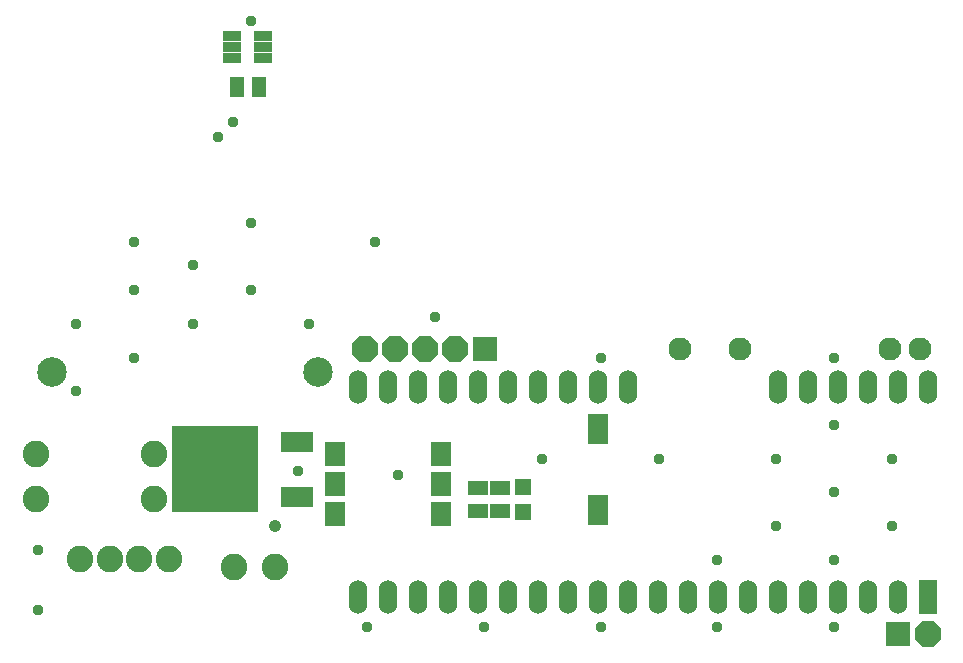
<source format=gbr>
G04 GENERATED BY PULSONIX 12.5 GERBER.DLL 9449*
G04 #@! TF.GenerationSoftware,Pulsonix,Pulsonix,12.5.9449*
G04 #@! TF.CreationDate,2024-10-09T20:32:21--1:00*
G04 #@! TF.Part,Single*
%FSLAX35Y35*%
%LPD*%
%MOMM*%
G04 #@! TF.FileFunction,Soldermask,Top*
G04 #@! TF.FilePolarity,Negative*
G04 #@! TA.AperFunction,ViaPad*
%ADD111C,0.95400*%
%ADD112C,1.05400*%
G04 #@! TA.AperFunction,ComponentPad*
%ADD113C,2.25400*%
%ADD114C,1.95400*%
G04 #@! TA.AperFunction,SMDPad,CuDef*
%ADD115R,1.55400X0.85400*%
%ADD116R,1.15400X1.65400*%
%ADD117R,1.75400X2.05400*%
%ADD118R,1.65400X1.15400*%
%ADD119R,7.25400X7.25400*%
%ADD120R,2.75400X1.75400*%
G04 #@! TA.AperFunction,ComponentPad*
%ADD121R,2.15900X2.15900*%
%AMT122*0 Octagon pad*4,1,8,0.44714,1.07950,-0.44714,1.07950,-1.07950,0.44714,-1.07950,-0.44714,-0.44714,-1.07950,0.44714,-1.07950,1.07950,-0.44714,1.07950,0.44714,0.44714,1.07950,0*%
%ADD122T122*%
G04 #@! TA.AperFunction,SMDPad,CuDef*
%ADD123R,1.45400X1.35400*%
%ADD124R,1.75400X2.65400*%
G04 #@! TA.AperFunction,ComponentPad*
%ADD125R,1.55400X2.85400*%
%ADD126O,1.55400X2.85400*%
%ADD127C,2.50400*%
G04 #@! TD.AperFunction*
X0Y0D02*
D02*
D111*
X1148797Y2509545D03*
Y3017545D03*
X1471609Y4360295D03*
Y4930295D03*
X1965243Y4645295D03*
Y5215295D03*
Y5621045D03*
X2458877Y4930295D03*
Y5430545D03*
X2672797Y6510045D03*
X2799797Y6637045D03*
X2952511Y5215295D03*
Y5785295D03*
Y7495295D03*
X3349797Y3682670D03*
X3446145Y4930295D03*
X3939779Y2365295D03*
X4006297Y5621045D03*
X4196797Y3652545D03*
X4514297Y4986045D03*
X4927047Y2365295D03*
X5420681Y3790295D03*
X5914315Y2365295D03*
Y4645295D03*
X6407949Y3790295D03*
X6901583Y2365295D03*
Y2935295D03*
X7395217Y3220295D03*
Y3790295D03*
X7888851Y2365295D03*
Y2935295D03*
Y3505295D03*
Y4075295D03*
Y4645295D03*
X8382485Y3220295D03*
Y3790295D03*
D02*
D112*
X3159297Y3222295D03*
D02*
D113*
X1135297Y3444545D03*
Y3825545D03*
X1508297Y2936545D03*
X1758297D03*
X2008297D03*
X2135297Y3444545D03*
Y3825545D03*
X2258297Y2936545D03*
X2809297Y2873045D03*
X3159297D03*
D02*
D114*
X6588297Y4714545D03*
X7096297D03*
X8366297D03*
X8620297D03*
D02*
D115*
X2795797Y7182545D03*
Y7277545D03*
Y7372545D03*
X3057797Y7182545D03*
Y7277545D03*
Y7372545D03*
D02*
D116*
X2831547Y6937045D03*
X3022047D03*
D02*
D117*
X3661797Y3317545D03*
Y3571545D03*
Y3825545D03*
X4561797Y3317545D03*
Y3571545D03*
Y3825545D03*
D02*
D118*
X4873797Y3349295D03*
Y3539795D03*
X5064297Y3349295D03*
Y3539795D03*
D02*
D119*
X2651297Y3698545D03*
D02*
D120*
X3341297Y3468545D03*
Y3928545D03*
D02*
D121*
X4937297Y4714545D03*
X8429797Y2301545D03*
D02*
D122*
X3921297Y4714545D03*
X4175297D03*
X4429297D03*
X4683297D03*
X8683797Y2301545D03*
D02*
D123*
X5254797Y3339545D03*
Y3549545D03*
D02*
D124*
X5889797Y3358545D03*
Y4038545D03*
D02*
D125*
X8683797Y2619045D03*
D02*
D126*
X3857797D03*
Y4397045D03*
X4111797Y2619045D03*
Y4397045D03*
X4365797Y2619045D03*
Y4397045D03*
X4619797Y2619045D03*
Y4397045D03*
X4873797Y2619045D03*
Y4397045D03*
X5127797Y2619045D03*
Y4397045D03*
X5381797Y2619045D03*
Y4397045D03*
X5635797Y2619045D03*
Y4397045D03*
X5889797Y2619045D03*
Y4397045D03*
X6143797Y2619045D03*
Y4397045D03*
X6397797Y2619045D03*
X6651797D03*
X6905797D03*
X7159797D03*
X7413797D03*
Y4397045D03*
X7667797Y2619045D03*
Y4397045D03*
X7921797Y2619045D03*
Y4397045D03*
X8175797Y2619045D03*
Y4397045D03*
X8429797Y2619045D03*
Y4397045D03*
X8683797D03*
D02*
D127*
X1272297Y4524045D03*
X3522297D03*
X0Y0D02*
M02*

</source>
